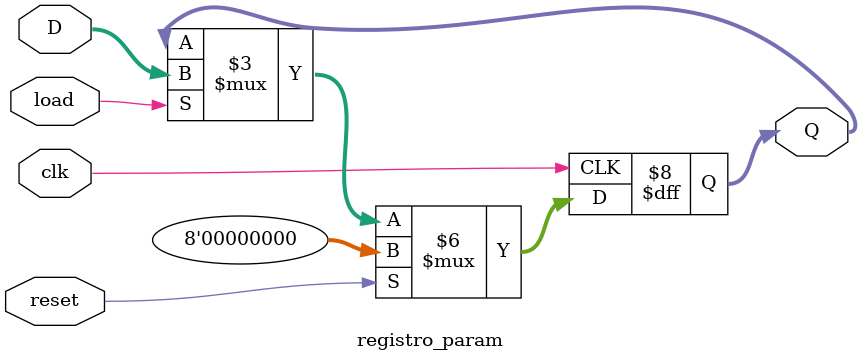
<source format=sv>
`timescale 1ns / 1ps


module registro_param #(parameter N = 8)(
    input logic clk, reset, load,
    input logic [N-1 :0] D,
    output logic [N-1 :0] Q
    );
    
    always_ff@(posedge clk)
        if (reset)
            begin
                Q <= 'b0;
            end
        else if (load)
            Q <= D;   
        else 
            Q <= Q;   
endmodule

</source>
